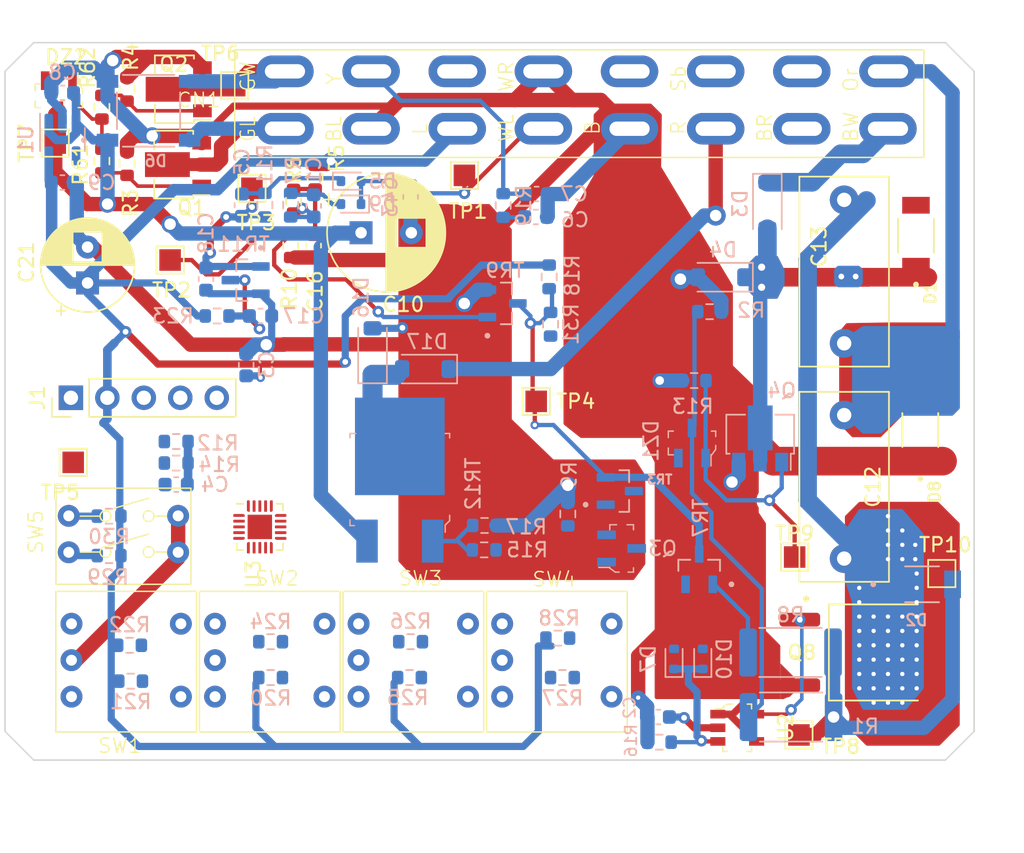
<source format=kicad_pcb>
(kicad_pcb (version 20221018) (generator pcbnew)
  (layers (0 "F.Cu" signal) (31 "B.Cu" signal) (34 "B.Paste" user) (35 "F.Paste" user) (36 "B.SilkS" user "B.Silkscreen") (37 "F.SilkS" user "F.Silkscreen") (38 "B.Mask" user) (39 "F.Mask" user) (44 "Edge.Cuts" user))
  (net 0 "")
  (net 1 "/WL")
  (net 2 "+12V")
  (net 3 "+5V")
  (net 4 "/OR")
  (net 5 "/CAP+")
  (net 6 "/BW")
  (net 7 "/BR")
  (net 8 "/GL")
  (net 9 "/GW")
  (net 10 "/CHG")
  (net 11 "Net-(DZ1-A)")
  (net 16 "Net-(Q8-G)")
  (net 18 "GND")
  (net 19 "/R")
  (net 21 "Net-(DZ1-K)")
  (net 23 "Net-(DZ2-A)")
  (net 24 "Net-(D9-A)")
  (net 25 "Net-(C1-Pad2)")
  (net 26 "Net-(D5-K)")
  (net 27 "Net-(TR11-B)")
  (net 28 "Net-(TR9-B)")
  (net 29 "Net-(D16-K)")
  (net 30 "Net-(Q1-G)")
  (net 31 "Net-(Q2-G)")
  (net 32 "Net-(TR7-B)")
  (net 33 "Net-(TR3-B)")
  (net 34 "Net-(TR3-E)")
  (net 35 "Net-(D10-K)")
  (net 36 "Net-(D7-A)")
  (net 37 "Net-(D10-A)")
  (net 38 "/MCU_IGOUT")
  (net 39 "Net-(C4-Pad1)")
  (net 40 "/VPP")
  (net 41 "/PGC")
  (net 42 "/PGD")
  (net 51 "/MCU_TPSIN")
  (net 52 "/Y")
  (net 53 "Net-(TR12-G)")
  (net 54 "/MCU_SOLOUT")
  (net 55 "Net-(U3-RB7)")
  (net 56 "Net-(U3-RC7)")
  (net 57 "Net-(U3-RB5)")
  (net 58 "Net-(U3-RB6)")
  (net 59 "Net-(U3-RC2)")
  (net 60 "Net-(U3-RB4)")
  (net 61 "Net-(U3-RC0)")
  (net 62 "Net-(U3-RC1)")
  (net 63 "/PWJ_SEL")
  (net 64 "/REV_LIMIT_SEL")
  (net 65 "/MCU_PU1IN")
  (net 66 "/MCU_PU2IN")
  (footprint "mylib_download:DPAK228P990X239-4N" (layer "F.Cu") (at 101.6 92.5 -90)
    (fp_text reference "Q8")
    (fp_text value "RGPR30BM40")
  )
  (footprint "TestPoint:TestPoint_Pad_1.5x1.5mm" (layer "F.Cu") (at 97.1 85.85)
    (fp_text reference "TP9")
    (fp_text value "CHG1 REG GATE")
  )
  (footprint "Package_TO_SOT_SMD:SOT-89-3" (layer "F.Cu") (at 53.85 58.5 180)
    (fp_text reference "Q1")
    (fp_text value "2SK4017")
  )
  (footprint "TestPoint:TestPoint_Pad_1.5x1.5mm" (layer "F.Cu") (at 45.6 57)
    (fp_text reference "TP7")
    (fp_text value "+12V")
  )
  (footprint "TestPoint:TestPoint_Pad_1.5x1.5mm" (layer "F.Cu") (at 58.1 53)
    (fp_text reference "TP6")
    (fp_text value "GW DC")
  )
  (footprint "TestPoint:TestPoint_Pad_1.5x1.5mm" (layer "F.Cu") (at 53.6 65.15)
    (fp_text reference "TP2")
    (fp_text value "PU2 BASE")
  )
  (footprint "Resistor_SMD:R_0603_1608Metric" (layer "F.Cu") (at 48.85 58.25 -90)
    (fp_text reference "R61")
    (fp_text value "TBD")
  )
  (footprint "digikey-footprints:SOT-753" (layer "F.Cu") (at 93.1 97.75 -90)
    (fp_text reference "U2")
    (fp_text value "MCP1402T-E_OT")
  )
  (footprint "Resistor_SMD:R_0603_1608Metric" (layer "F.Cu") (at 48.85 54.5 90)
    (fp_text reference "R62")
    (fp_text value "TBD")
  )
  (footprint "Package_DFN_QFN:VQFN-20-1EP_3x3mm_P0.4mm_EP1.7x1.7mm" (layer "F.Cu") (at 59.85 83.75)
    (fp_text reference "U3")
    (fp_text value "PIC16F15245")
  )
  (footprint "mylib_download:SODFL4725X110N" (layer "F.Cu") (at 105.55 63.4575 90)
    (fp_text reference "D1")
    (fp_text value "TSD3JFSH")
  )
  (footprint "Resistor_SMD:R_0603_1608Metric" (layer "F.Cu") (at 62.2 61.05 90)
    (fp_text reference "R6")
    (fp_text value "1k")
  )
  (footprint "TestPoint:TestPoint_Pad_1.5x1.5mm" (layer "F.Cu") (at 107.35 87)
    (fp_text reference "TP10")
    (fp_text value "CAP CHG")
  )
  (footprint "Resistor_SMD:R_0603_1608Metric" (layer "F.Cu") (at 50.6 58.425 90)
    (fp_text reference "R3")
    (fp_text value "TBD")
  )
  (footprint "Resistor_SMD:R_0603_1608Metric" (layer "F.Cu") (at 63.7 59.375 -90)
    (fp_text reference "R5")
    (fp_text value "15k")
  )
  (footprint "mylib_download:42J04" (layer "F.Cu") (at 60.54 93.04)
    (fp_text reference "SW2")
    (fp_text value "42J04")
  )
  (footprint "Capacitor_THT:C_Rect_L13.0mm_W6.0mm_P10.00mm_FKS3_FKP3_MKS4" (layer "F.Cu") (at 100.55 70.9575 90)
    (fp_text reference "C13")
    (fp_text value "250V 1uF")
  )
  (footprint "TestPoint:TestPoint_Pad_1.5x1.5mm" (layer "F.Cu") (at 79.1 75)
    (fp_text reference "TP4")
    (fp_text value "PU2 INPUT")
  )
  (footprint "Resistor_SMD:R_0603_1608Metric" (layer "F.Cu") (at 62 64.15 -90)
    (fp_text reference "R10")
    (fp_text value "22k")
  )
  (footprint "Connector_PinHeader_2.54mm:PinHeader_1x05_P2.54mm_Vertical" (layer "F.Cu") (at 46.69 74.75 90)
    (fp_text reference "J1")
    (fp_text value "PICKIT")
  )
  (footprint "mylib_download:FP-C-R16M" (layer "F.Cu") (at 82.6 54 180)
    (fp_text reference "CN1")
    (fp_text value "FP-C-R16M")
  )
  (footprint "mylib_download:42J04" (layer "F.Cu") (at 50.54 93.04)
    (fp_text reference "SW1")
    (fp_text value "42J04")
  )
  (footprint "mylib_download:EDS102SZ" (layer "F.Cu") (at 50.35 84.25)
    (fp_text reference "SW5")
    (fp_text value "EDS102SZ")
  )
  (footprint "mylib_download:42J04" (layer "F.Cu") (at 70.54 93.04)
    (fp_text reference "SW3")
    (fp_text value "42J04")
  )
  (footprint "Capacitor_THT:CP_Radial_D8.0mm_P3.50mm" (layer "F.Cu") (at 66.9 63.25)
    (fp_text reference "C10")
    (fp_text value "35V 100uF")
  )
  (footprint "TestPoint:TestPoint_Pad_1.5x1.5mm" (layer "F.Cu") (at 59.3 60.15)
    (fp_text reference "TP3")
    (fp_text value "PU1 BASE")
  )
  (footprint "Capacitor_THT:C_Rect_L13.0mm_W6.0mm_P10.00mm_FKS3_FKP3_MKS4" (layer "F.Cu") (at 100.55 75.9575 -90)
    (fp_text reference "C12")
    (fp_text value "250V 1uF")
  )
  (footprint "Capacitor_THT:CP_Radial_D6.3mm_P2.50mm" (layer "F.Cu") (at 47.85 66.75 90)
    (fp_text reference "C21")
    (fp_text value "16V 100uF")
  )
  (footprint "TestPoint:TestPoint_Pad_1.5x1.5mm" (layer "F.Cu") (at 46.85 79.25)
    (fp_text reference "TP5")
    (fp_text value "PU1 INPUT")
  )
  (footprint "mylib_download:SODFL4725X110N" (layer "F.Cu") (at 105.85 77 90)
    (fp_text reference "D8")
    (fp_text value "TSD3JFSH")
  )
  (footprint "Resistor_SMD:R_0603_1608Metric" (layer "F.Cu") (at 50.6 53.25 90)
    (fp_text reference "R4")
    (fp_text value "TBD")
  )
  (footprint "Package_TO_SOT_SMD:SOT-89-3" (layer "F.Cu") (at 53.9 53.25 180)
    (fp_text reference "Q2")
    (fp_text value "TBD")
  )
  (footprint "mylib_download:42J04" (layer "F.Cu") (at 80.54 93.04)
    (fp_text reference "SW4")
    (fp_text value "42J04")
  )
  (footprint "digikey-footprints:SOT-23-3" (layer "F.Cu") (at 45.85 53.7 -90)
    (fp_text reference "DZ2")
    (fp_text value "BZX84-C9V1,215")
  )
  (footprint "Capacitor_SMD:C_0603_1608Metric" (layer "F.Cu") (at 63.6 64.15 -90)
    (fp_text reference "C16")
    (fp_text value "10nF")
  )
  (footprint "TestPoint:TestPoint_Pad_1.5x1.5mm" (layer "F.Cu") (at 74.1 59.25)
    (fp_text reference "TP1")
    (fp_text value "WL PU")
  )
  (footprint "TestPoint:TestPoint_Pad_1.5x1.5mm" (layer "F.Cu") (at 97.4 98.25)
    (fp_text reference "TP8")
    (fp_text value "CHG1 OUT")
  )
  (footprint "digikey-footprints:TO-252-3" (layer "B.Cu") (at 69.63 84.74 90)
    (fp_text reference "TR12")
    (fp_text value "Q_PMOS_GDS")
  )
  (footprint "Resistor_SMD:R_0603_1608Metric" (layer "B.Cu") (at 87.675 98.75 180)
    (fp_text reference "R16")
    (fp_text value "10k")
  )
  (footprint "Capacitor_SMD:C_0603_1608Metric" (layer "B.Cu") (at 46.1 53.5 180)
    (fp_text reference "C8")
    (fp_text value "0.1u")
  )
  (footprint "Resistor_SMD:R_0603_1608Metric" (layer "B.Cu") (at 80.6 91.5 180)
    (fp_text reference "R28")
    (fp_text value "10k")
  )
  (footprint "Resistor_SMD:R_0603_1608Metric" (layer "B.Cu") (at 62 61.325 -90)
    (fp_text reference "R7")
    (fp_text value "22k")
  )
  (footprint "Capacitor_SMD:C_0603_1608Metric" (layer "B.Cu") (at 79.075 62.15)
    (fp_text reference "C6")
    (fp_text value "0.1uF")
  )
  (footprint "Capacitor_SMD:C_0603_1608Metric" (layer "B.Cu") (at 70.35 60.75 -90)
    (fp_text reference "C43")
    (fp_text value "10nF")
  )
  (footprint "Capacitor_SMD:C_0603_1608Metric" (layer "B.Cu") (at 56.1 66.475 -90)
    (fp_text reference "C18")
    (fp_text value "10nF")
  )
  (footprint "Resistor_SMD:R_0603_1608Metric" (layer "B.Cu") (at 70.35 91.75 180)
    (fp_text reference "R26")
    (fp_text value "10k")
  )
  (footprint "Resistor_SMD:R_0603_1608Metric" (layer "B.Cu") (at 81.3 82.85 90)
    (fp_text reference "R9")
    (fp_text value "100K")
  )
  (footprint "Resistor_SMD:R_0603_1608Metric" (layer "B.Cu") (at 80.925 94.25)
    (fp_text reference "R27")
    (fp_text value "10k")
  )
  (footprint "Resistor_SMD:R_0603_1608Metric" (layer "B.Cu") (at 49.35 85.75 180)
    (fp_text reference "R29")
    (fp_text value "10k")
  )
  (footprint "Resistor_SMD:R_2512_6332Metric" (layer "B.Cu") (at 96.85 97 180)
    (fp_text reference "R1")
    (fp_text value "180k 1/2W")
  )
  (footprint "Capacitor_SMD:C_0603_1608Metric" (layer "B.Cu") (at 58.6 61.325 -90)
    (fp_text reference "C5")
    (fp_text value "0.47u")
  )
  (footprint "Resistor_SMD:R_2512_6332Metric" (layer "B.Cu") (at 96.8125 92.5 180)
    (fp_text reference "R8")
    (fp_text value "150k 1W")
  )
  (footprint "Resistor_SMD:R_0603_1608Metric" (layer "B.Cu") (at 80.1 69.625 90)
    (fp_text reference "R31")
    (fp_text value "1k")
  )
  (footprint "Resistor_SMD:R_0603_1608Metric" (layer "B.Cu") (at 80 66.325 -90)
    (fp_text reference "R18")
    (fp_text value "2.2k")
  )
  (footprint "Resistor_SMD:R_0603_1608Metric" (layer "B.Cu") (at 56.875 69.05)
    (fp_text reference "R23")
    (fp_text value "2.2k")
  )
  (footprint "Resistor_SMD:R_0603_1608Metric" (layer "B.Cu") (at 54.025 77.8)
    (fp_text reference "R12")
    (fp_text value "10k")
  )
  (footprint "Capacitor_SMD:C_0603_1608Metric" (layer "B.Cu") (at 58.9 72.45 90)
    (fp_text reference "C3")
    (fp_text value "0.1uF")
  )
  (footprint "mylib_download:D_SOD-123FL" (layer "B.Cu") (at 71.38 72.75 180)
    (fp_text reference "D17")
    (fp_text value "F7A")
  )
  (footprint "Resistor_SMD:R_0603_1608Metric" (layer "B.Cu") (at 90.1 73.55 180)
    (fp_text reference "R13")
    (fp_text value "TBD")
  )
  (footprint "mylib_download:SOT95P237X111-3N" (layer "B.Cu") (at 90.45 86.69 90)
    (fp_text reference "TR7")
    (fp_text value "MMUN2232LT1G")
  )
  (footprint "digikey-footprints:SOT-23-3" (layer "B.Cu") (at 85.05 85.25)
    (fp_text reference "Q3")
    (fp_text value "MMUN2132LT1G")
  )
  (footprint "Resistor_SMD:R_0603_1608Metric" (layer "B.Cu") (at 75.475 85.35)
    (fp_text reference "R15")
    (fp_text value "120")
  )
  (footprint "mylib_download:SOT95P230X110-3N" (layer "B.Cu") (at 84.92 81.25)
    (fp_text reference "TR3")
    (fp_text value "PMBS3906,215")
  )
  (footprint "Diode_SMD:D_SOD-523" (layer "B.Cu") (at 66.2 59.65)
    (fp_text reference "D5")
    (fp_text value "RB501SM-30FH")
  )
  (footprint "mylib_download:SOT95P237X111-3N" (layer "B.Cu") (at 76.76 68.175)
    (fp_text reference "TR9")
    (fp_text value "PMBS3904,215")
  )
  (footprint "Resistor_SMD:R_0603_1608Metric" (layer "B.Cu") (at 49.35 83)
    (fp_text reference "R30")
    (fp_text value "10k")
  )
  (footprint "mylib_download:DIOB_SBS25" (layer "B.Cu") (at 52.1 54.75)
    (fp_text reference "D6")
    (fp_text value "SBS25")
  )
  (footprint "Resistor_SMD:R_0603_1608Metric" (layer "B.Cu") (at 70.275 94.25)
    (fp_text reference "R25")
    (fp_text value "10k")
  )
  (footprint "Resistor_SMD:R_0603_1608Metric" (layer "B.Cu") (at 50.85 94.5)
    (fp_text reference "R21")
    (fp_text value "10k")
  )
  (footprint "Capacitor_SMD:C_0603_1608Metric" (layer "B.Cu") (at 46.1 59.75)
    (fp_text reference "C9")
    (fp_text value "0.1u")
  )
  (footprint "digikey-footprints:SOT-23-3" (layer "B.Cu") (at 89.95 77.9 90)
    (fp_text reference "DZ1")
    (fp_text value "SZMMBZ5270BLT1G")
  )
  (footprint "Diode_SMD:D_SOD-523" (layer "B.Cu") (at 90.7 92.95 90)
    (fp_text reference "D10")
    (fp_text value "RB501SM-30FH")
  )
  (footprint "Capacitor_SMD:C_0603_1608Metric" (layer "B.Cu") (at 54.025 80.8 180)
    (fp_text reference "C4")
    (fp_text value "10nF")
  )
  (footprint "mylib_download:SODFL4725X110N" (layer "B.Cu") (at 105.975 87.75)
    (fp_text reference "D2")
    (fp_text value "TSD3JFSH")
  )
  (footprint "Resistor_SMD:R_0603_1608Metric" (layer "B.Cu") (at 54.025 79.3 180)
    (fp_text reference "R14")
    (fp_text value "120")
  )
  (footprint "Resistor_SMD:R_0603_1608Metric" (layer "B.Cu") (at 91.175 68.75)
    (fp_text reference "R2")
    (fp_text value "180K")
  )
  (footprint "Capacitor_SMD:C_0603_1608Metric" (layer "B.Cu") (at 87.6 97 180)
    (fp_text reference "C2")
    (fp_text value "0.1u")
  )
  (footprint "mylib_download:D_SOD-123FL" (layer "B.Cu") (at 67.7 71.53 90)
    (fp_text reference "D16")
    (fp_text value "F7A")
  )
  (footprint "Diode_SMD:D_SOD-523" (layer "B.Cu") (at 66.2 61.25 180)
    (fp_text reference "D9")
    (fp_text value "RB501SM-30FH")
  )
  (footprint "Resistor_SMD:R_0603_1608Metric" (layer "B.Cu") (at 76.8 61.35 90)
    (fp_text reference "R19")
    (fp_text value "1k")
  )
  (footprint "Diode_SMD:D_SOD-523" (layer "B.Cu") (at 88.7 92.95 90)
    (fp_text reference "D7")
    (fp_text value "RB501SM-30FH")
  )
  (footprint "Package_TO_SOT_SMD:SOT-23-5" (layer "B.Cu") (at 46.1 56.75 -90)
    (fp_text reference "U1")
    (fp_text value "TPS78450QDBVRQ1")
  )
  (footprint "mylib_download:D_SOD-123FL" (layer "B.Cu") (at 95.2 61.35 -90)
    (fp_text reference "D3")
    (fp_text value "F7A")
  )
  (footprint "Capacitor_SMD:C_0603_1608Metric" (layer "B.Cu") (at 59.9 69.05)
    (fp_text reference "C17")
    (fp_text value "0.1u")
  )
  (footprint "Resistor_SMD:R_0603_1608Metric" (layer "B.Cu") (at 50.775 92 180)
    (fp_text reference "R22")
    (fp_text value "10k")
  )
  (footprint "mylib_download:SOT95P237X111-3N" (layer "B.Cu") (at 58.86 66.55 180)
    (fp_text reference "TR11")
    (fp_text value "MMUN2232LT1G")
  )
  (footprint "Package_TO_SOT_SMD:SOT-89-3" (layer "B.Cu") (at 94.7 77.2875 90)
    (fp_text reference "Q4")
    (fp_text value "TBD")
  )
  (footprint "Resistor_SMD:R_0603_1608Metric" (layer "B.Cu") (at 60.6 91.75 180)
    (fp_text reference "R24")
    (fp_text value "10k")
  )
  (footprint "Resistor_SMD:R_0603_1608Metric" (layer "B.Cu") (at 75.5 83.65)
    (fp_text reference "R17")
    (fp_text value "10k")
  )
  (footprint "Resistor_SMD:R_0603_1608Metric" (layer "B.Cu") (at 60.6 94.25)
    (fp_text reference "R20")
    (fp_text value "10k")
  )
  (footprint "Capacitor_SMD:C_0603_1608Metric" (layer "B.Cu") (at 63.6 61.375 -90)
    (fp_text reference "C1")
    (fp_text value "1u")
  )
  (footprint "Resistor_SMD:R_0603_1608Metric" (layer "B.Cu") (at 60.2 61.325 -90)
    (fp_text reference "R11")
    (fp_text value "180k")
  )
  (footprint "mylib_download:D_SOD-123FL" (layer "B.Cu") (at 91.98 66.35 180)
    (fp_text reference "D4")
    (fp_text value "F7A")
  )
  (footprint "Capacitor_SMD:C_0603_1608Metric" (layer "B.Cu") (at 79.125 60.55)
    (fp_text reference "C7")
    (fp_text value "0.1uF")
  )
  (gr_line (start 107.6 50) (end 44.1 50) (stroke (width 0.1)) (layer "Edge.Cuts"))
  (gr_line (start 44.1 100) (end 42.1 98) (stroke (width 0.1)) (layer "Edge.Cuts"))
  (gr_line (start 42.1 52) (end 42.1 98) (stroke (width 0.1)) (layer "Edge.Cuts"))
  (gr_line (start 44.1 50) (end 42.1 52) (stroke (width 0.1)) (layer "Edge.Cuts"))
  (gr_line (start 109.6 98) (end 109.6 52) (stroke (width 0.1)) (layer "Edge.Cuts"))
  (gr_line (start 107.6 100) (end 109.6 98) (stroke (width 0.1)) (layer "Edge.Cuts"))
  (gr_line (start 109.6 52) (end 107.6 50) (stroke (width 0.1)) (layer "Edge.Cuts"))
  (gr_line (start 44.1 100) (end 107.6 100) (stroke (width 0.1)) (layer "Edge.Cuts"))
  (segment (start 74.1 60.5) (end 78.6 56) (width 0.3) (layer "F.Cu") (net 1))
  (segment (start 74.1 59.25) (end 74.1 60.5) (width 0.3) (layer "F.Cu") (net 1))
  (segment (start 78.6 56) (end 79.6 56) (width 0.3) (layer "F.Cu") (net 1))
  (via (at 74.1 60.5) (size 0.8) (drill 0.4) (layers "F.Cu" "B.Cu") (net 1))
  (segment (start 70.35 59.975) (end 70.025 59.65) (width 0.3) (layer "B.Cu") (net 1))
  (segment (start 66.9 59.65) (end 66.9 61.25) (width 0.3) (layer "B.Cu") (net 1))
  (segment (start 74.1 60.5) (end 70.875 60.5) (width 0.3) (layer "B.Cu") (net 1))
  (segment (start 70.35 59.975) (end 70.875 60.5) (width 0.3) (layer "B.Cu") (net 1))
  (segment (start 70.025 59.65) (end 66.9 59.65) (width 0.3) (layer "B.Cu") (net 1))
  (segment (start 52.2 61.25) (end 53.6 62.65) (width 1) (layer "F.Cu") (net 2))
  (segment (start 49.24 61.25) (end 47.85 61.25) (width 1) (layer "F.Cu") (net 2))
  (segment (start 45.6 59) (end 45.6 57) (width 1) (layer "F.Cu") (net 2))
  (segment (start 49.24 61.25) (end 52.2 61.25) (width 1) (layer "F.Cu") (net 2))
  (segment (start 47.85 61.25) (end 45.6 59) (width 1) (layer "F.Cu") (net 2))
  (segment (start 45.6 55) (end 45.6 57) (width 1) (layer "F.Cu") (net 2))
  (segment (start 45.85 54.75) (end 45.6 55) (width 1) (layer "F.Cu") (net 2))
  (via (at 49.24 61.25) (size 1.2) (drill 0.8) (layers "F.Cu" "B.Cu") (net 2))
  (via (at 53.6 62.65) (size 1.2) (drill 0.8) (layers "F.Cu" "B.Cu") (net 2))
  (segment (start 45.680761 56.775) (end 46.575 56.775) (width 0.6) (layer "B.Cu") (net 2))
  (segment (start 47.05 56.3) (end 47.05 55.6125) (width 0.6) (layer "B.Cu") (net 2))
  (segment (start 66.85 63.3) (end 66.9 63.25) (width 1) (layer "B.Cu") (net 2))
  (segment (start 66.9 63.25) (end 65.1 63.25) (width 1) (layer "B.Cu") (net 2))
  (segment (start 45.15 55.6125) (end 45.15 56.244239) (width 0.6) (layer "B.Cu") (net 2))
  (segment (start 48.2375 56.8) (end 47.05 55.6125) (width 0.6) (layer "B.Cu") (net 2))
  (segment (start 46.575 56.775) (end 47.05 56.3) (width 0.6) (layer "B.Cu") (net 2))
  (segment (start 64.1 64.25) (end 64.1 81.525) (width 1) (layer "B.Cu") (net 2))
  (segment (start 47.05 55.6125) (end 47.05 53.675) (width 0.6) (layer "B.Cu") (net 2))
  (segment (start 49.24 61.25) (end 49.24 56.8) (width 1) (layer "B.Cu") (net 2))
  (segment (start 49.24 56.8) (end 48.2375 56.8) (width 0.6) (layer "B.Cu") (net 2))
  (segment (start 54.25 63.3) (end 66.85 63.3) (width 1) (layer "B.Cu") (net 2))
  (segment (start 65.1 63.25) (end 64.1 64.25) (width 1) (layer "B.Cu") (net 2))
  (segment (start 64.1 81.525) (end 67.315 84.74) (width 1) (layer "B.Cu") (net 2))
  (segment (start 45.15 56.244239) (end 45.680761 56.775) (width 0.6) (layer "B.Cu") (net 2))
  (segment (start 47.05 53.675) (end 46.875 53.5) (width 0.6) (layer "B.Cu") (net 2))
  (segment (start 53.6 62.65) (end 54.25 63.3) (width 1) (layer "B.Cu") (net 2))
  (segment (start 63.7 58.55) (end 64.5 58.55) (width 0.8) (layer "F.Cu") (net 3))
  (segment (start 52.75 72.4) (end 59.9 72.4) (width 0.5) (layer "F.Cu") (net 3))
  (segment (start 89.4 97.05) (end 90.1 97.75) (width 0.5) (layer "F.Cu") (net 3))
  (segment (start 65.65 72.4) (end 65.8 72.25) (width 0.5) (layer "F.Cu") (net 3))
  (segment (start 50.5 70.15) (end 52.75 72.4) (width 0.5) (layer "F.Cu") (net 3))
  (segment (start 59.9 72.4) (end 59.9 73.35) (width 0.2) (layer "F.Cu") (net 3))
  (segment (start 64.5 58.55) (end 64.8 58.25) (width 0.8) (layer "F.Cu") (net 3))
  (segment (start 90.1 97.75) (end 91.75 97.75) (width 0.5) (layer "F.Cu") (net 3))
  (segment (start 59.9 72.4) (end 65.65 72.4) (width 0.5) (layer "F.Cu") (net 3))
  (via (at 50.5 70.15) (size 0.8) (drill 0.4) (layers "F.Cu" "B.Cu") (net 3))
  (via (at 59.9 73.35) (size 0.6) (drill 0.3) (layers "F.Cu" "B.Cu") (net 3))
  (via (at 64.8 58.25) (size 1.2) (drill 0.6) (layers "F.Cu" "B.Cu") (net 3))
  (via (at 65.8 72.25) (size 0.8) (drill 0.4) (layers "F.Cu" "B.Cu") (net 3))
  (via (at 89.4 97.05) (size 0.8) (drill 0.4) (layers "F.Cu" "B.Cu") (net 3))
  (segment (start 50.175 83) (end 50.1 82.925) (width 0.5) (layer "B.Cu") (net 3))
  (segment (start 78.2 99.05) (end 71 99.05) (width 0.5) (layer "B.Cu") (net 3))
  (segment (start 50.1 82.925) (end 50.1 77.649501) (width 0.5) (layer "B.Cu") (net 3))
  (segment (start 45.15 59.575) (end 45.325 59.75) (width 0.6) (layer "B.Cu") (net 3))
  (segment (start 79.25 98) (end 78.2 99.05) (width 0.5) (layer "B.Cu") (net 3))
  (segment (start 73 67.85) (end 67 67.85) (width 0.5) (layer "B.Cu") (net 3))
  (segment (start 49.5 87.35) (end 50.1 86.75) (width 0.5) (layer "B.Cu") (net 3))
  (segment (start 47.85 67.5) (end 50.5 70.15) (width 0.5) (layer "B.Cu") (net 3))
  (segment (start 56.05 69.05) (end 55.5 69.05) (width 0.5) (layer "B.Cu") (net 3))
  (segment (start 45.15 57.8875) (end 45.15 59.575) (width 0.6) (layer "B.Cu") (net 3))
  (segment (start 69.2 94.625) (end 69.275 94.55) (width 0.5) (layer "B.Cu") (net 3))
  (segment (start 56.9 60.25) (end 58.9 58.25) (width 0.8) (layer "B.Cu") (net 3))
  (segment (start 73.04122 67.80878) (end 73 67.85) (width 0.5) (layer "B.Cu") (net 3))
  (segment (start 59.575 97.725) (end 60.9 99.05) (width 0.5) (layer "B.Cu") (net 3))
  (segment (start 69.2 97.25) (end 69.2 94.625) (width 0.5) (layer "B.Cu") (net 3))
  (segment (start 55.5 69.05) (end 53.2 66.75) (width 0.5) (layer "B.Cu") (net 3))
  (segment (start 71 99.05) (end 69.2 97.25) (width 0.5) (layer "B.Cu") (net 3))
  (segment (start 73.04122 67.740782) (end 73.04122 67.80878) (width 0.5) (layer "B.Cu") (net 3))
  (segment (start 59.575 94.65) (end 59.575 97.725) (width 0.5) (layer "B.Cu") (net 3))
  (segment (start 80.15 92.05) (end 79.25 92.05) (width 0.5) (layer "B.Cu") (net 3))
  (segment (start 60.9 99.05) (end 71 99.05) (width 0.5) (layer "B.Cu") (net 3))
  (segment (start 71.35 58.25) (end 73.6 56) (width 0.8) (layer "B.Cu") (net 3))
  (segment (start 49.5 87.35) (end 49.5 97.15) (width 0.5) (layer "B.Cu") (net 3))
  (segment (start 58.9 58.25) (end 64.8 58.25) (width 0.8) (layer "B.Cu") (net 3))
  (segment (start 50.5 70.15) (end 49.726839 70.923161) (width 0.5) (layer "B.Cu") (net 3))
  (segment (start 45.35 65.43238) (end 46.66762 66.75) (width 0.8) (layer "B.Cu") (net 3))
  (segment (start 65.8 69.05) (end 65.8 72.25) (width 0.5) (layer "B.Cu") (net 3))
  (segment (start 58.9 73.225) (end 59.775 73.225) (width 0.5) (layer "B.Cu") (net 3))
  (segment (start 49.726839 70.923161) (end 49.23 71.42) (width 0.6) (layer "B.Cu") (net 3))
  (segment (start 47.85 66.25) (end 53.85 60.25) (width 0.8) (layer "B.Cu") (net 3))
  (segment (start 46.66762 66.75) (end 47.85 66.75) (width 0.8) (layer "B.Cu") (net 3))
  (segment (start 51.4 99.05) (end 60.9 99.05) (width 0.5) (layer "B.Cu") (net 3))
  (segment (start 49.23 71.42) (end 49.23 74.75) (width 0.6) (layer "B.Cu") (net 3))
  (segment (start 64.8 58.25) (end 71.35 58.25) (width 0.8) (layer "B.Cu") (net 3))
  (segment (start 50.1 77.649501) (end 48.950499 76.5) (width 0.5) (layer "B.Cu") (net 3))
  (segment (start 49.23 76.220499) (end 49.23 74.75) (width 0.6) (layer "B.Cu") (net 3))
  (segment (start 59.775 73.225) (end 59.9 73.35) (width 0.5) (layer "B.Cu") (net 3))
  (segment (start 50.1 83.075) (end 50.175 83) (width 0.5) (layer "B.Cu") (net 3))
  (segment (start 89.35 97) (end 89.4 97.05) (width 0.5) (layer "B.Cu") (net 3))
  (segment (start 45.325 59.75) (end 45.35 59.775) (width 0.8) (layer "B.Cu") (net 3))
  (segment (start 47.85 66.75) (end 47.85 67.5) (width 0.5) (layer "B.Cu") (net 3))
  (segment (start 67 67.85) (end 65.8 69.05) (width 0.5) (layer "B.Cu") (net 3))
  (segment (start 53.85 60.25) (end 56.9 60.25) (width 0.8) (layer "B.Cu") (net 3))
  (segment (start 88.375 97) (end 89.35 97) (width 0.5) (layer "B.Cu") (net 3))
  (segment (start 45.35 59.775) (end 45.35 65.43238) (width 0.8) (layer "B.Cu") (net 3))
  (segment (start 48.950499 76.5) (end 49.23 76.220499) (width 0.6) (layer "B.Cu") (net 3))
  (segment (start 75.282002 65.5) (end 73.04122 67.740782) (width 0.5) (layer "B.Cu") (net 3))
  (segment (start 79.25 92.05) (end 79.25 98) (width 0.5) (layer "B.Cu") (net 3))
  (segment (start 53.2 66.75) (end 47.85 66.75) (width 0.5) (layer "B.Cu") (net 3))
  (segment (start 80 65.5) (end 75.282002 65.5) (width 0.5) (layer "B.Cu") (net 3))
  (segment (start 50.1 86.75) (end 50.1 83.075) (width 0.5) (layer "B.Cu") (net 3))
  (segment (start 49.5 97.15) (end 51.4 99.05) (width 0.5) (layer "B.Cu") (net 3))
  (segment (start 47.85 66.75) (end 47.85 66.25) (width 0.8) (layer "B.Cu") (net 3))
  (segment (start 106.6 52) (end 108.1 53.5) (width 1) (layer "B.Cu") (net 4))
  (segment (start 107.6 71) (end 102.1 71) (width 1) (layer "B.Cu") (net 4))
  (segment (start 108.1 70.5) (end 107.6 71) (width 1) (layer "B.Cu") (net 4))
  (segment (start 103.6 52) (end 106.6 52) (width 1) (layer "B.Cu") (net 4))
  (segment (start 108.1 53.5) (end 108.1 70.5) (width 1) (layer "B.Cu") (net 4))
  (via (at 104.6 86) (size 0.5) (drill 0.3) (layers "F.Cu" "B.Cu") (net 5))
  (via (at 102.6 94) (size 0.5) (drill 0.3) (layers "F.Cu" "B.Cu") (net 5))
  (via (at 101.6 89) (size 0.5) (drill 0.3) (layers "F.Cu" "B.Cu") (net 5))
  (via (at 104.6 90) (size 0.5) (drill 0.3) (layers "F.Cu" "B.Cu") (net 5))
  (via (at 105.6 91) (size 0.5) (drill 0.3) (layers "F.Cu" "B.Cu") (net 5))
  (via (at 105.5005 86) (size 0.5) (drill 0.3) (layers "F.Cu" "B.Cu") (net 5))
  (via (at 104.6 95) (size 0.5) (drill 0.3) (layers "F.Cu" "B.Cu") (net 5))
  (via (at 103.6 95) (size 0.5) (drill 0.3) (layers "F.Cu" "B.Cu") (net 5))
  (via (at 101.6 92) (size 0.5) (drill 0.3) (layers "F.Cu" "B.Cu") (net 5))
  (via (at 105.6 93) (size 0.5) (drill 0.3) (layers "F.Cu" "B.Cu") (net 5))
  (via (at 104.6 96) (size 0.5) (drill 0.3) (layers "F.Cu" "B.Cu") (net 5))
  (via (at 102.6 96) (size 0.5) (drill 0.3) (layers "F.Cu" "B.Cu") (net 5))
  (via (at 103.6 94) (size 0.5) (drill 0.3) (layers "F.Cu" "B.Cu") (net 5))
  (via (at 101.6 91) (size 0.5) (drill 0.3) (layers "F.Cu" "B.Cu") (net 5))
  (via (at 104.6 92) (size 0.5) (drill 0.3) (layers "F.Cu" "B.Cu") (net 5))
  (via (at 104.6 85) (size 0.5) (drill 0.3) (layers "F.Cu" "B.Cu") (net 5))
  (via (at 103.6 93) (size 0.5) (drill 0.3) (layers "F.Cu" "B.Cu") (net 5))
  (via (at 103.6 85) (size 0.5) (drill 0.3) (layers "F.Cu" "B.Cu") (net 5))
  (via (at 105.6 92) (size 0.5) (drill 0.3) (layers "F.Cu" "B.Cu") (net 5))
  (via (at 105.6 88) (size 0.5) (drill 0.3) (layers "F.Cu" "B.Cu") (net 5))
  (via (at 104.6 93) (size 0.5) (drill 0.3) (layers "F.Cu" "B.Cu") (net 5))
  (via (at 105.6 87) (size 0.5) (drill 0.3) (layers "F.Cu" "B.Cu") (net 5))
  (via (at 101.6 90) (size 0.5) (drill 0.3) (layers "F.Cu" "B.Cu") (net 5))
  (via (at 102.6 90) (size 0.5) (drill 0.3) (layers "F.Cu" "B.Cu") (net 5))
  (via (at 104.6 84) (size 0.5) (drill 0.3) (layers "F.Cu" "B.Cu") (net 5))
  (via (at 103.6 92) (size 0.5) (drill 0.3) (layers "F.Cu" "B.Cu") (net 5))
  (via (at 101.6 93) (size 0.5) (drill 0.3) (layers "F.Cu" "B.Cu") (net 5))
  (via (at 102.6 93) (size 0.5) (drill 0.3) (layers "F.Cu" "B.Cu") (net 5))
  (via (at 101.6 88) (size 0.5) (drill 0.3) (layers "F.Cu" "B.Cu") (net 5))
  (via (at 105.6 94) (size 0.5) (drill 0.3) (layers "F.Cu" "B.Cu") (net 5))
  (via (at 105.5005 85) (size 0.5) (drill 0.3) (layers "F.Cu" "B.Cu") (net 5))
  (via (at 105.6 95) (size 0.5) (drill 0.3) (layers "F.Cu" "B.Cu") (net 5))
  (via (at 104.6 91) (size 0.5) (drill 0.3) (layers "F.Cu" "B.Cu") (net 5))
  (via (at 102.6 92) (size 0.5) (drill 0.3) (layers "F.Cu" "B.Cu") (net 5))
  (via (at 102.6 95) (size 0.5) (drill 0.3) (layers "F.Cu" "B.Cu") (net 5))
  (via (at 103.6 96) (size 0.5) (drill 0.3) (layers "F.Cu" "B.Cu") (net 5))
  (via (at 101.6 95) (size 0.5) (drill 0.3) (layers "F.Cu" "B.Cu") (net 5))
  (via (at 103.6 90) (size 0.5) (drill 0.3) (layers "F.Cu" "B.Cu") (net 5))
  (via (at 104.6 94) (size 0.5) (drill 0.3) (layers "F.Cu" "B.Cu") (net 5))
  (via (at 103.6 83) (size 0.5) (drill 0.3) (layers "F.Cu" "B.Cu") (net 5))
  (via (at 105.6 90) (size 0.5) (drill 0.3) (layers "F.Cu" "B.Cu") (net 5))
  (via (at 103.6 86) (size 0.5) (drill 0.3) (layers "F.Cu" "B.Cu") (net 5))
  (via (at 105.6 89) (size 0.5) (drill 0.3) (layers "F.Cu" "B.Cu") (net 5))
  (via (at 103.6 91) (size 0.5) (drill 0.3) (layers "F.Cu" "B.Cu") (net 5))
  (via (at 101.6 94) (size 0.5) (drill 0.3) (layers "F.Cu" "B.Cu") (net 5))
  (via (at 102.6 91) (size 0.5) (drill 0.3) (layers "F.Cu" "B.Cu") (net 5))
  (via (at 103.6 84) (size 0.5) (drill 0.3) (layers "F.Cu" "B.Cu") (net 5))
  (segment (start 98 65.1) (end 98 81.9) (width 1.3) (layer "B.Cu") (net 5))
  (segment (start 102.1 61) (end 98 65.1) (width 1.3) (layer "B.Cu") (net 5))
  (segment (start 98 81.9) (end 102.1 86) (width 1.3) (layer "B.Cu") (net 5))
  (segment (start 101.85 57.75) (end 103.6 56) (width 1.3) (layer "B.Cu") (net 6))
  (segment (start 95.2 59.73) (end 98.32 59.73) (width 1.3) (layer "B.Cu") (net 6))
  (segment (start 98.32 59.73) (end 100.3 57.75) (width 1.3) (layer "B.Cu") (net 6))
  (segment (start 100.3 57.75) (end 101.85 57.75) (width 1.3) (layer "B.Cu") (net 6))
  (segment (start 56.8 58.5) (end 55.7125 58.5) (width 1) (layer "F.Cu") (net 8))
  (segment (start 57.15 57.2) (end 58.35 56) (width 1) (layer "F.Cu") (net 8))
  (segment (start 57.15 58.15) (end 56.8 58.5) (width 1) (layer "F.Cu") (net 8))
  (segment (start 57.15 57.2) (end 57.15 58.15) (width 1) (layer "F.Cu") (net 8))
  (segment (start 58.35 56) (end 61.6 56) (width 1) (layer "F.Cu") (net 8))
  (segment (start 54.96 56.8) (end 55.76 56) (width 1) (layer "B.Cu") (net 8))
  (segment (start 55.76 56) (end 61.6 56) (width 1) (layer "B.Cu") (net 8))
  (segment (start 57.85 53.25) (end 55.7625 53.25) (width 1) (layer "F.Cu") (net 9))
  (segment (start 58.1 53) (end 57.85 53.25) (width 1) (layer "F.Cu") (net 9))
  (segment (start 59.1 52) (end 58.1 53) (width 1) (layer "F.Cu") (net 9))
  (segment (start 61.6 52) (end 59.1 52) (width 1) (layer "F.Cu") (net 9))
  (segment (start 60.9 52.7) (end 61.6 52) (width 1) (layer "B.Cu") (net 9))
  (segment (start 54.96 52.7) (end 60.9 52.7) (width 1) (layer "B.Cu") (net 9))
  (segment (start 98.5625 98.25) (end 99.8125 97) (width 1) (layer "F.Cu") (net 10))
  (segment (start 95.5 66.35) (end 94.8 67.05) (width 1.3) (layer "F.Cu") (net 10))
  (segment (start 101.4 66.35) (end 101.35 66.3) (width 1.3) (layer "F.Cu") (net 10))
  (segment (start 102.2 66.35) (end 101.4 66.35) (width 1.3) (layer "F.Cu") (net 10))
  (segment (start 97.4 98.25) (end 98.5625 98.25) (width 1) (layer "F.Cu") (net 10))
  (segment (start 102.2 66.35) (end 95.5 66.35) (width 1.3) (layer "F.Cu") (net 10))
  (segment (start 106.375 66.35) (end 102.2 66.35) (width 1.3) (layer "F.Cu") (net 10))
  (via (at 94.8 65.65) (size 1) (drill 0.5) (layers "F.Cu" "B.Cu") (net 10))
  (via (at 100.35 66.3) (size 0.8) (drill 0.4) (layers "F.Cu" "B.Cu") (net 10))
  (via (at 99.8125 97) (size 1.2) (drill 0.8) (layers "F.Cu" "B.Cu") (net 10))
  (via (at 101.35 66.3) (size 0.8) (drill 0.4) (layers "F.Cu" "B.Cu") (net 10))
  (via (at 94.8 67.05) (size 1) (drill 0.5) (layers "F.Cu" "B.Cu") (net 10))
  (segment (start 108.1 87.75) (end 108.1 95.75) (width 1) (layer "B.Cu") (net 10))
  (segment (start 100.5625 97.75) (end 99.8125 97) (width 1) (layer "B.Cu") (net 10))
  (segment (start 95.2 65.25) (end 94.8 65.65) (width 1.3) (layer "B.Cu") (net 10))
  (segment (start 99.775 96.9625) (end 99.8125 97) (width 1) (layer "B.Cu") (net 10))
  (segment (start 108.1 95.75) (end 106.1 97.75) (width 1) (layer "B.Cu") (net 10))
  (segment (start 94.7 67.15) (end 94.8 67.05) (width 1) (layer "B.Cu") (net 10))
  (segment (start 94.7 79.15) (end 94.7 67.15) (width 1) (layer "B.Cu") (net 10))
  (segment (start 99.775 92.5) (end 99.775 96.9625) (width 1) (layer "B.Cu") (net 10))
  (segment (start 106.1 97.75) (end 100.5625 97.75) (width 1) (layer "B.Cu") (net 10))
  (segment (start 95.2 62.97) (end 95.2 65.25) (width 1.3) (layer "B.Cu") (net 10))
  (segment (start 95.34375 81.89375) (end 97.1 83.65) (width 0.3) (layer "F.Cu") (net 11))
  (segment (start 97.1 83.65) (end 97.1 85.85) (width 0.3) (layer "F.Cu") (net 11))
  (via (at 95.34375 81.89375) (size 0.8) (drill 0.4) (layers "F.Cu" "B.Cu") (net 11))
  (segment (start 96.2 79.2375) (end 96.2 81.0375) (width 0.3) (layer "B.Cu") (net 11))
  (segment (start 90.9 73.575) (end 90.9 78.95) (width 0.3) (layer "B.Cu") (net 11))
  (segment (start 92.350152 81.89375) (end 95.34375 81.89375) (width 0.3) (layer "B.Cu") (net 11))
  (segment (start 96.2 81.0375) (end 95.34375 81.89375) (width 0.3) (layer "B.Cu") (net 11))
  (segment (start 90.9 80.443598) (end 92.350152 81.89375) (width 0.3) (layer "B.Cu") (net 11))
  (segment (start 90.9 78.95) (end 90.9 80.443598) (width 0.3) (layer "B.Cu") (net 11))
  (segment (start 90.925 73.55) (end 90.9 73.575) (width 0.3) (layer "B.Cu") (net 11))
  (segment (start 94.45 96.8) (end 96.55 96.8) (width 0.25) (layer "F.Cu") (net 16))
  (segment (start 96.55 96.8) (end 96.85 96.5) (width 0.25) (layer "F.Cu") (net 16))
  (via (at 96.85 96.5) (size 0.8) (drill 0.4) (layers "F.Cu" "B.Cu") (net 16))
  (via (at 97.46 90.214) (size 0.8) (drill 0.4) (layers "F.Cu" "B.Cu") (net 16))
  (segment (start 97.6 95.75) (end 97.6 90.354) (width 0.25) (layer "B.Cu") (net 16))
  (segment (start 96.85 96.5) (end 97.6 95.75) (width 0.25) (layer "B.Cu") (net 16))
  (segment (start 97.6 90.354) (end 97.46 90.214) (width 0.25) (layer "B.Cu") (net 16))
  (segment (start 55.03137 71.05) (end 60.299943 71.05) (width 1) (layer "F.Cu") (net 18))
  (segment (start 86.2 92.75) (end 88 90.95) (width 1) (layer "F.Cu") (net 18))
  (segment (start 77.6 54) (end 79.6 52) (width 1) (layer "F.Cu") (net 18))
  (segment (start 52.025 51) (end 55.1 51) (width 1) (layer "F.Cu") (net 18))
  (segment (start 55.1 51) (end 55.85 51.75) (width 1) (layer "F.Cu") (net 18))
  (segment (start 48.23137 64.25) (end 55.03137 71.05) (width 1) (layer "F.Cu") (net 18))
  (segment (start 77.6 54) (end 83.6 54) (width 1) (layer "F.Cu") (net 18))
  (segment (start 67.6 56) (end 69.6 54) (width 1) (layer "F.Cu") (net 18))
  (segment (start 95.6175 79.1675) (end 93.4 76.95) (width 2) (layer "F.Cu") (net 18))
  (segment (start 52.35 56.5) (end 55.3 56.5) (width 1) (layer "F.Cu") (net 18))
  (segment (start 92.8 96.8) (end 94.814 94.786) (width 0.5) (layer "F.Cu") (net 18))
  (segment (start 70.4 63.25) (end 76.1 63.25) (width 1) (layer "F.Cu") (net 18))
  (segment (start 50.6 57.6) (end 50.6 57) (width 1) (layer "F.Cu") (net 18))
  (segment (start 69.6 54) (end 77.6 54) (width 1) (layer "F.Cu") (net 18))
  (segment (start 61.524651 71.025349) (end 61.499909 71.050091) (width 1) (layer "F.Cu") (net 18))
  (segment (start 63.75 64.975) (end 63.8 64.925) (width 1) (layer "F.Cu") (net 18))
  (segment (start 91.75 96.8) (end 92.8 96.8) (width 0.5) (layer "F.Cu") (net 18))
  (segment (start 58.025 54.425) (end 69.175 54.425) (width 0.5) (layer "F.Cu") (net 18))
  (segment (start 55.8 57) (end 55.8 56.65) (width 0.5) (layer "F.Cu") (net 18))
  (segment (start 60.299943 71.05) (end 60.300034 71.050091) (width 1) (layer "F.Cu") (net 18))
  (segment (start 47.06 93.04) (end 46.73 93.04) (width 1) (layer "F.Cu") (net 18))
  (segment (start 49.6 51.25) (end 49.85 51) (width 1) (layer "F.Cu") (net 18))
  (segment (start 83.6 54) (end 85.6 56) (width 1) (layer "F.Cu") (net 18))
  (segment (start 70.35 64.649999) (end 70.35 63.25) (width 1) (layer "F.Cu") (net 18))
  (segment (start 50.6 52.425) (end 52.025 51) (width 1) (layer "F.Cu") (net 18))
  (segment (start 69.175 54.425) (end 69.6 54) (width 0.5) (layer "F.Cu") (net 18))
  (segment (start 47.85 64.25) (end 48.23137 64.25) (width 1) (layer "F.Cu") (net 18))
  (segment (start 55.8 56.65) (end 58.025 54.425) (width 0.5) (layer "F.Cu") (net 18))
  (segment (start 51.1 56.5) (end 52.35 56.5) (width 1) (layer "F.Cu") (net 18))
  (segment (start 95.6175 79.1675) (end 107.4 79.1675) (width 2) (layer "F.Cu") (net 18))
  (segment (start 49.85 51) (end 52.025 51) (width 1) (layer "F.Cu") (net 18))
  (segment (start 79.6 52) (end 81.6 54) (width 1) (layer "F.Cu") (net 18))
  (segment (start 76.1 63.25) (end 83.35 56) (width 1) (layer "F.Cu") (net 18))
  (segment (start 55.3 56.5) (end 55.8 57) (width 1) (layer "F.Cu") (net 18))
  (segment (start 70.2 71.05) (end 70.175349 71.025349) (width 1) (layer "F.Cu") (net 18))
  (segment (start 81.6 54) (end 83.6 54) (width 1) (layer "F.Cu") (net 18))
  (segment (start 50.6 57) (end 51.1 56.5) (width 1) (layer "F.Cu") (net 18))
  (segment (start 86.2 95.65) (end 86.2 92.75) (width 1) (layer "F.Cu") (net 18))
  (segment (start 54.16 85.94) (end 47.06 93.04) (width 1) (layer "F.Cu") (net 18))
  (segment (start 62.3 64.975) (end 63.75 64.975) (width 1) (layer "F.Cu") (net 18))
  (segment (start 92.55 96.8) (end 94.45 98.7) (width 0.5) (layer "F.Cu") (net 18))
  (segment (start 63.8 64.925) (end 64.025 65.15) (width 1) (layer "F.Cu") (net 18))
  (segment (start 69.850001 65.15) (end 70.35 64.649999) (width 1) (layer "F.Cu") (net 18))
  (segment (start 70.175349 71.025349) (end 61.524651 71.025349) (width 1) (layer "F.Cu") (net 18))
  (segment (start 94.814 94.786) (end 97.46 94.786) (width 0.5) (layer "F.Cu") (net 18))
  (segment (start 83.35 56) (end 85.6 56) (width 1) (layer "F.Cu") (net 18))
  (segment (start 54.16 85.52) (end 54.16 82.98) (width 1) (layer "F.Cu") (net 18))
  (segment (start 64.025 65.15) (end 69.850001 65.15) (width 1) (layer "F.Cu") (net 18))
  (segment (start 54.16 85.52) (end 54.16 85.94) (width 1) (layer "F.Cu") (net 18))
  (segment (start 61.499909 71.050091) (end 60.300034 71.050091) (width 1) (layer "F.Cu") (net 18))
  (segment (start 91.75 96.8) (end 92.55 96.8) (width 0.5) (layer "F.Cu") (net 18))
  (via (at 92.734165 80.625905) (size 1.2) (drill 0.8) (layers "F.Cu" "B.Cu") (net 18))
  (via (at 60.300034 71.050091) (size 1.2) (drill 0.8) (layers "F.Cu" "B.Cu") (net 18))
  (via (at 89.145272 66.48392) (size 1.4) (drill 0.8) (layers "F.Cu" "B.Cu") (net 18))
  (via (at 49.6 51.25) (size 1.2) (drill 0.8) (layers "F.Cu" "B.Cu") (net 18))
  (via (at 81.3 80.85) (size 1.2) (drill 0.8) (layers "F.Cu" "B.Cu") (net 18))
  (via (at 69.780396 69.8745) (size 0.8) (drill 0.4) (layers "F.Cu" "B.Cu") (net 18))
  (via (at 87.7 73.55) (size 1) (drill 0.6) (layers "F.Cu" "B.Cu") (net 18))
  (via (at 74.09072 68.1755) (size 1.2) (drill 0.8) (layers "F.Cu" "B.Cu") (net 18))
  (via (at 86.2 95.65) (size 0.6) (drill 0.3) (layers "F.Cu" "B.Cu") (net 18))
  (via (at 52.35 56.5) (size 1.2) (drill 0.8) (layers "F.Cu" "B.Cu") (net 18))
  (segment (start 46.1 54.775) (end 45.325 54) (width 0.6) (layer "B.Cu") (net 18))
  (segment (start 79.9 60.55) (end 79.9 62.1) (width 1) (layer "B.Cu") (net 18))
  (segment (start 70.35 61.525) (end 70.35 63.25) (width 1) (layer "B.Cu") (net 18))
  (segment (start 69.744896 69.91) (end 69.780396 69.8745) (width 0.5) (layer "B.Cu") (net 18))
  (segment (start 49.24 52.7) (end 49.24 51.61) (width 1) (layer "B.Cu") (net 18))
  (segment (start 92 67.99) (end 90.36 66.35) (width 1) (layer "B.Cu") (net 18))
  (segment (start 75.7 67.225) (end 75.04122 67.225) (width 1) (layer "B.Cu") (net 18))
  (segment (start 49.24 52.7) (end 48.29 51.75) (width 1) (layer "B.Cu") (net 18))
  (segment (start 47.1 63.5) (end 47.85 64.25) (width 1) (layer "B.Cu") (net 18))
  (segment (start 81.05 60.55) (end 85.6 56) (width 1) (layer "B.Cu") (net 18))
  (segment (start 45.325 54) (end 45.325 53.5) (width 0.6) (layer "B.Cu") (net 18))
  (segment (start 76.325 83.65) (end 78.5 83.65) (width 1) (layer "B.Cu") (net 18))
  (segment (start 58.9 71.675) (end 59.524909 71.050091) (width 1) (layer "B.Cu") (net 18))
  (segment (start 46.1 55.6125) (end 46.1 54.775) (width 0.6) (layer "B.Cu") (net 18))
  (segment (start 59.524909 71.050091) (end 60.300034 71.050091) (width 1) (layer "B.Cu") (net 18))
  (segment (start 60.675 69.05) (end 60.675 70.675125) (width 0.5) (layer "B.Cu") (net 18))
  (segment (start 49.24 52.7) (end 49.24 53.89) (width 1) (layer "B.Cu") (net 18))
  (segment (start 60.675 70.675125) (end 60.300034 71.050091) (width 0.5) (layer "B.Cu") (net 18))
  (segment (start 78.5 83.65) (end 81.3 80.85) (width 1) (layer "B.Cu") (net 18))
  (segment (start 79.9 62.1) (end 79.85 62.15) (width 1) (layer "B.Cu") (net 18))
  (segment (start 81.3 82.025) (end 81.3 80.85) (width 1) (layer "B.Cu") (net 18))
  (segment (start 46.875 59.75) (end 47.1 59.975) (width 1) (layer "B.Cu") (net 18))
  (segment (start 79.9 60.55) (end 81.05 60.55) (width 1) (layer "B.Cu") (net 18))
  (segment (start 56.35 67.5) (end 59.92 67.5) (width 0.5) (layer "B.Cu") (net 18))
  (segment (start 56.1 67.25) (end 56.35 67.5) (width 0.5) (layer "B.Cu") (net 18))
  (segment (start 47.1 59.975) (end 47.1 63.5) (width 1) (layer "B.Cu") (net 18))
  (segment (start 89.279192 66.35) (end 89.145272 66.48392) (width 1) (layer "B.Cu") (net 18))
  (segment (start 90.36 66.35) (end 89.279192 66.35) (width 1) (layer "B.Cu") (net 18))
  (segment (start 51.85 56.5) (end 52.35 56.5) (width 1) (layer "B.Cu") (net 18))
  (segment (start 93.2 79.2375) (end 93.2 80.16007) (width 1) (layer "B.Cu") (net 18))
  (segment (start 46.35 51.75) (end 45.325 52.775) (width 1) (layer "B.Cu") (net 18))
  (segment (start 49.24 51.61) (end 49.6 51.25) (width 1) (layer "B.Cu") (net 18))
  (segment (start 75.04122 67.225) (end 74.09072 68.1755) (width 1) (layer "B.Cu") (net 18))
  (segment (start 48.29 51.75) (end 46.35 51.75) (width 1) (layer "B.Cu") (net 18))
  (segment (start 45.325 52.775) (end 45.325 53.5) (width 1) (layer "B.Cu") (net 18))
  (segment (start 86.85 97.025) (end 86.825 97) (width 1) (layer "B.Cu") (net 18))
  (segment (start 92 68.75) (end 92 67.99) (width 1) (layer "B.Cu") (net 18))
  (segment (start 49.24 53.89) (end 51.85 56.5) (width 1) (layer "B.Cu") (net 18))
  (segment (start 67.7 69.91) (end 69.744896 69.91) (width 0.5) (layer "B.Cu") (net 18))
  (segment (start 86.85 98.75) (end 86.85 97.025) (width 1) (layer "B.Cu") (net 18))
  (segment (start 60.675 69.05) (end 60.675 68.255) (width 0.5) (layer "B.Cu") (net 18))
  (segment (start 60.675 68.255) (end 59.92 67.5) (width 0.5) (layer "B.Cu") (net 18))
  (segment (start 93.2 80.16007) (end 92.734165 80.625905) (width 1) (layer "B.Cu") (net 18))
  (segment (start 86.825 96.275) (end 86.2 95.65) (width 1) (layer "B.Cu") (net 18))
  (segment (start 86.825 97) (end 86.825 96.275) (width 1) (layer "B.Cu") (net 18))
  (segment (start 89.275 73.55) (end 87.7 73.55) (width 1) (layer "B.Cu") (net 18))
  (segment (start 91.6 62.05) (end 91.6 56) (width 1) (layer "F.Cu") (net 19))
  (via (at 91.6 62.05) (size 1.4) (drill 0.8) (layers "F.Cu" "B.Cu") (net 19))
  (segment (start 90.8 62.05) (end 91.6 62.05) (width 1) (layer "B.Cu") (net 19))
  (segment (start 80.1 72.75) (end 90.8 62.05) (width 1) (layer "B.Cu") (net 19))
  (segment (start 73 72.75) (end 80.1 72.75) (width 1) (layer "B.Cu") (net 19))
  (segment (start 90.125 76.675) (end 89.95 76.85) (width 0.3) (layer "B.Cu") (net 21))
  (segment (start 91.3 84.55) (end 91.3 82.75) (width 0.3) (layer "B.Cu") (net 21))
  (segment (start 94.8125 96.075) (end 94.8125 88.0625) (width 0.3) (layer "B.Cu") (net 21))
  (segment (start 94.8125 88.0625) (end 91.3 84.55) (width 0.3) (layer "B.Cu") (net 21))
  (segment (start 91.3 82.75) (end 89.95 81.4) (width 0.3) (layer "B.Cu") (net 21))
  (segment (start 89.95 81.4) (end 89.95 76.85) (width 0.3) (layer "B.Cu") (net 21))
  (segment (start 93.8875 97) (end 94.8125 96.075) (width 0.3) (layer "B.Cu") (net 21))
  (segment (start 90.35 68.75) (end 90.125 68.975) (width 0.3) (layer "B.Cu") (net 21))
  (segment (start 90.125 68.975) (end 90.125 76.675) (width 0.3) (layer "B.Cu") (net 21))
  (segment (start 46.8 53.95) (end 48.175 55.325) (width 0.25) (layer "F.Cu") (net 23))
  (segment (start 48.175 55.325) (end 48.85 55.325) (width 0.25) (layer "F.Cu") (net 23))
  (segment (start 48.85 57.425) (end 48.85 55.325) (width 0.25) (layer "F.Cu") (net 23))
  (segment (start 46.8 52.65) (end 46.8 53.95) (width 0.25) (layer "F.Cu") (net 23))
  (segment (start 62.1 60.6) (end 62 60.5) (width 0.3) (layer "B.Cu") (net 24))
  (segment (start 63.6 60.6) (end 62.1 60.6) (width 0.3) (layer "B.Cu") (net 24))
  (segment (start 65.5 61.25) (end 64.9 61.25) (width 0.3) (layer "B.Cu") (net 24))
  (segment (start 64.25 60.6) (end 63.6 60.6) (width 0.3) (layer "B.Cu") (net 24))
  (segment (start 64.9 61.25) (end 64.25 60.6) (width 0.3) (layer "B.Cu") (net 24))
  (segment (start 62.475 61.875) (end 62.8 61.55) (width 0.3) (layer "F.Cu") (net 25))
  (segment (start 62.2 61.875) (end 62.475 61.875) (width 0.3) (layer "F.Cu") (net 25))
  (via (at 62.8 61.55) (size 0.8) (drill 0.4) (layers "F.Cu" "B.Cu") (net 25))
  (segment (start 62 62.15) (end 63.6 62.15) (width 0.3) (layer "B.Cu") (net 25))
  (segment (start 63 61.55) (end 63.6 62.15) (width 0.3) (layer "B.Cu") (net 25))
  (segment (start 62.8 61.55) (end 63 61.55) (width 0.3) (layer "B.Cu") (net 25))
  (segment (start 58.65 60.5) (end 58.6 60.55) (width 0.3) (layer "B.Cu") (net 26))
  (segment (start 60.2 60.5) (end 58.65 60.5) (width 0.3) (layer "B.Cu") (net 26))
  (segment (start 61.25 59.45) (end 60.2 60.5) (width 0.3) (layer "B.Cu") (net 26))
  (segment (start 65.5 59.65) (end 65.3 59.45) (width 0.3) (layer "B.Cu") (net 26))
  (segment (start 65.3 59.45) (end 61.25 59.45) (width 0.3) (layer "B.Cu") (net 26))
  (segment (start 56.4 63.25) (end 57.5 62.15) (width 0.5) (layer "F.Cu") (net 27))
  (segment (start 59.3 60.15) (end 59.3 61.453675) (width 0.3) (layer "F.Cu") (net 27))
  (segment (start 56.4 64.65) (end 56.4 63.25) (width 0.5) (layer "F.Cu") (net 27))
  (segment (start 59.3 61.453675) (end 59.307351 61.461026) (width 0.3) (layer "F.Cu") (net 27))
  (via (at 59.307351 61.461026) (size 0.8) (drill 0.4) (layers "F.Cu" "B.Cu") (net 27))
  (via (at 57.5 62.15) (size 0.8) (drill 0.4) (layers "F.Cu" "B.Cu") (net 27))
  (via (at 56.4 64.65) (size 0.8) (drill 0.4) (layers "F.Cu" "B.Cu") (net 27))
  (segment (start 57.5 62.15) (end 58.55 62.15) (width 0.5) (layer "B.Cu") (net 27))
  (segment (start 58.55 62.15) (end 58.6 62.1) (width 0.5) (layer "B.Cu") (net 27))
  (segment (start 60.15 62.1) (end 60.2 62.15) (width 0.3) (layer "B.Cu") (net 27))
  (segment (start 59.92 65.6) (end 56.2 65.6) (width 0.5) (layer "B.Cu") (net 27))
  (segment (start 59.307351 61.461026) (end 59.238974 61.461026) (width 0.3) (layer "B.Cu") (net 27))
  (segment (start 56.2 65.6) (end 56.1 65.7) (width 0.5) (layer "B.Cu") (net 27))
  (segment (start 56.1 65.7) (end 56.1 64.95) (width 0.5) (layer "B.Cu") (net 27))
  (segment (start 56.1 64.95) (end 56.4 64.65) (width 0.5) (layer "B.Cu") (net 27))
  (segment (start 59.238974 61.461026) (end 58.6 62.1) (width 0.3) (layer "B.Cu") (net 27))
  (segment (start 58.6 62.1) (end 60.15 62.1) (width 0.3) (layer "B.Cu") (net 27))
  (segment (start 63.7 63.275) (end 63.7 60.2) (width 0.3) (layer "F.Cu") (net 28))
  (segment (start 53.6 65.15) (end 55.1 65.15) (width 0.3) (layer "F.Cu") (net 28))
  (segment (start 57 66.15) (end 59.825 63.325) (width 0.3) (layer "F.Cu") (net 28))
  (segment (start 60.85 65.5) (end 61.85 66.5) (width 0.3) (layer "F.Cu") (net 28))
  (segment (start 59.825 63.325) (end 62.3 63.325) (width 0.3) (layer "F.Cu") (net 28))
  (segment (start 62.35 63.375) (end 62.3 63.325) (width 0.3) (layer "F.Cu") (net 28))
  (segment (start 62 63.325) (end 60.85 64.475) (width 0.3) (layer "F.Cu") (net 28))
  (segment (start 55.1 65.15) (end 56.1 66.15) (width 0.3) (layer "F.Cu") (net 28))
  (segment (start 65.85 66.5) (end 61.85 66.5) (width 0.3) (layer "F.Cu") (net 28))
  (segment (start 60.85 64.475) (end 60.85 65.5) (width 0.3) (layer "F.Cu") (net 28))
  (segment (start 68.1 68.75) (end 65.85 66.5) (width 0.3) (layer "F.Cu") (net 28))
  (segment (start 62.225 60.2) (end 62.2 60.225) (width 0.3) (layer "F.Cu") (net 28))
  (segment (start 63.8 63.375) (end 62.35 63.375) (width 0.3) (layer "F.Cu") (net 28))
  (segment (start 63.8 63.375) (end 63.7 63.275) (width 0.3) (layer "F.Cu") (net 28))
  (segment (start 63.7 60.2) (end 62.225 60.2) (width 0.3) (layer "F.Cu") (net 28))
  (segment (start 56.1 66.15) (end 57 66.15) (width 0.3) (layer "F.Cu") (net 28))
  (via (at 68.1 68.75) (size 0.8) (drill 0.4) (layers "F.Cu" "B.Cu") (net 28))
  (segment (start 75.7 69.125) (end 68.475 69.125) (width 0.3) (layer "B.Cu") (net 28))
  (segment (start 68.475 69.125) (end 68.1 68.75) (width 0.3) (layer "B.Cu") (net 28))
  (segment (start 67.7 73.15) (end 69.36 73.15) (width 1.4) (layer "B.Cu") (net 29))
  (segment (start 67.7 76.24) (end 69.6 78.14) (width 0.5) (layer "B.Cu") (net 29))
  (segment (start 69.36 73.15) (end 69.76 72.75) (width 0.5) (layer "B.Cu") (net 29))
  (segment (start 67.7 73.15) (end 67.7 76.24) (width 1.4) (layer "B.Cu") (net 29))
  (segment (start 50.425 59.075) (end 50.6 59.25) (width 0.25) (layer "F.Cu") (net 30))
  (segment (start 48.85 59.075) (end 50.425 59.075) (width 0.25) (layer "F.Cu") (net 30))
  (segment (start 51.35 60) (end 55.8 60) (width 0.25) (layer "F.Cu") (net 30))
  (segment (start 50.6 59.25) (end 51.35 60) (width 0.25) (layer "F.Cu") (net 30))
  (segment (start 50.6 54.075) (end 51.275 54.75) (width 0.25) (layer "F.Cu") (net 31))
  (segment (start 48.85 53.675) (end 50.2 53.675) (width 0.25) (layer "F.Cu") (net 31))
  (segment (start 50.2 53.675) (end 50.6 54.075) (width 0.25) (layer "F.Cu") (net 31))
  (segment (start 51.275 54.75) (end 55.85 54.75) (width 0.25) (layer "F.Cu") (net 31))
  (segment (start 93.85 90.1) (end 93.85 92.5) (width 0.3) (layer "B.Cu") (net 32))
  (segment (start 91.6 87.85) (end 93.85 90.1) (width 0.3) (layer "B.Cu") (net 32))
  (segment (start 78.85 74.75) (end 78.85 69.7) (width 0.3) (layer "F.Cu") (net 34))
  (segment (start 79.1 75) (end 79 75.1) (width 0.3) (layer "F.Cu") (net 34))
  (segment (start 79 75.1) (end 79 76.65) (width 0.3) (layer "F.Cu") (net 34))
  (segment (start 78.85 69.7) (end 78.7 69.55) (width 0.3) (layer "F.Cu") (net 34))
  (segment (start 79.1 75) (end 78.85 74.75) (width 0.3) (layer "F.Cu") (net 34))
  (via (at 79 76.65) (size 0.6) (drill 0.3) (layers "F.Cu" "B.Cu") (net 34))
  (via (at 78.7 69.55) (size 0.8) (drill 0.4) (layers "F.Cu" "B.Cu") (net 34))
  (segment (start 90.45 83.6) (end 87.14 80.29) (width 0.5) (layer "B.Cu") (net 34))
  (segment (start 80.2 67.35) (end 80.2 68.7) (width 0.3) (layer "B.Cu") (net 34))
  (segment (start 80.2 68.7) (end 80.1 68.8) (width 0.3) (layer "B.Cu") (net 34))
  (segment (start 79.35 69.55) (end 80.1 68.8) (width 0.3) (layer "B.Cu") (net 34))
  (segment (start 78.7 69.055) (end 77.82 68.175) (width 0.3) (layer "B.Cu") (net 34))
  (segment (start 90.45 83.6) (end 90.45 85.63) (width 0.5) (layer "B.Cu") (net 34))
  (segment (start 78.7 69.55) (end 79.35 69.55) (width 0.3) (layer "B.Cu") (net 34))
  (segment (start 87.14 80.29) (end 83.94 80.29) (width 0.5) (layer "B.Cu") (net 34))
  (segment (start 79 76.65) (end 80.3 76.65) (width 0.3) (layer "B.Cu") (net 34))
  (segment (start 80 67.15) (end 80.2 67.35) (width 0.3) (layer "B.Cu") (net 34))
  (segment (start 78.7 69.55) (end 78.7 69.055) (width 0.3) (layer "B.Cu") (net 34))
  (segment (start 80.3 76.65) (end 83.94 80.29) (width 0.3) (layer "B.Cu") (net 34))
  (segment (start 91.75 98.7) (end 90.65 98.7) (width 0.3) (layer "F.Cu") (net 35))
  (segment (start 90.65 98.7) (end 90.6 98.65) (width 0.3) (layer "F.Cu") (net 35))
  (via (at 90.6 98.65) (size 0.8) (drill 0.4) (layers "F.Cu" "B.Cu") (net 35))
  (segment (start 88.7 93.65) (end 89.7 93.65) (width 0.5) (layer "B.Cu") (net 35))
  (segment (start 89.7 93.65) (end 89.7 94.65) (width 0.5) (layer "B.Cu") (net 35))
  (segment (start 88.5 98.75) (end 90.5 98.75) (width 0.3) (layer "B.Cu") (net 35))
  (segment (start 89.7 93.65) (end 90.7 93.65) (width 0.5) (layer "B.Cu") (net 35))
  (segment (start 90.3 98.35) (end 90.6 98.65) (width 0.5) (layer "B.Cu") (net 35))
  (segment (start 90.3 95.25) (end 90.3 98.35) (width 0.5) (layer "B.Cu") (net 35))
  (segment (start 90.5 98.75) (end 90.6 98.65) (width 0.3) (layer "B.Cu") (net 35))
  (segment (start 89.7 94.65) (end 90.3 95.25) (width 0.5) (layer "B.Cu") (net 35))
  (segment (start 54.85 77.8) (end 54.85 79.3) (width 0.6) (layer "B.Cu") (net 39))
  (segment (start 54.85 80.75) (end 54.8 80.8) (width 0.6) (layer "B.Cu") (net 39))
  (segment (start 54.85 79.3) (end 54.85 80.75) (width 0.6) (layer "B.Cu") (net 39))
  (segment (start 76.8 62.175) (end 78.275 62.175) (width 0.3) (layer "B.Cu") (net 51))
  (segment (start 78.275 62.175) (end 78.3 62.15) (width 0.3) (layer "B.Cu") (net 51))
  (segment (start 75.2 54.05) (end 76.8 55.65) (width 0.3) (layer "B.Cu") (net 52))
  (segment (start 78.325 60.525) (end 78.35 60.55) (width 0.3) (layer "B.Cu") (net 52))
  (segment (start 76.8 60.525) (end 78.325 60.525) (width 0.3) (layer "B.Cu") (net 52))
  (segment (start 69.65 54.05) (end 75.2 54.05) (width 0.3) (layer "B.Cu") (net 52))
  (segment (start 76.8 55.65) (end 76.8 60.525) (width 0.3) (layer "B.Cu") (net 52))
  (segment (start 67.6 52) (end 69.65 54.05) (width 0.3) (layer "B.Cu") (net 52))
  (segment (start 74.575 85.65) (end 73.665 84.74) (width 0.3) (layer "B.Cu") (net 53))
  (segment (start 73.665 84.74) (end 71.885 84.74) (width 0.3) (layer "B.Cu") (net 53))
  (segment (start 71.885 84.74) (end 73.485 84.74) (width 0.3) (layer "B.Cu") (net 53))
  (segment (start 73.485 84.74) (end 74.575 83.65) (width 0.3) (layer "B.Cu") (net 53))
  (segment (start 48.525 85.75) (end 46.77 85.75) (width 0.5) (layer "B.Cu") (net 63))
  (segment (start 46.77 85.75) (end 46.54 85.52) (width 0.5) (layer "B.Cu") (net 63))
  (segment (start 48.525 83) (end 46.56 83) (width 0.5) (layer "B.Cu") (net 64))
  (segment (start 46.56 83) (end 46.54 82.98) (width 0.5) (layer "B.Cu") (net 64))
  (segment (start 58.8 68.910636) (end 59.8255 69.936136) (width 0.3) (layer "F.Cu") (net 65))
  (segment (start 58.8 66.55) (end 58.8 68.910636) (width 0.3) (layer "F.Cu") (net 65))
  (via (at 59.8255 69.936136) (size 0.8) (drill 0.4) (layers "F.Cu" "B.Cu") (net 65))
  (via (at 58.8 66.55) (size 0.8) (drill 0.4) (layers "F.Cu" "B.Cu") (net 65))
  (segment (start 59.8255 69.7505) (end 59.8255 69.936136) (width 0.3) (layer "B.Cu") (net 65))
  (segment (start 59.125 69.05) (end 57.7 69.05) (width 0.5) (layer "B.Cu") (net 65))
  (segment (start 59.125 69.05) (end 59.8255 69.7505) (width 0.3) (layer "B.Cu") (net 65))
  (segment (start 57.8 66.55) (end 58.8 66.55) (width 0.3) (layer "B.Cu") (net 65))
  (zone (net 4) (net_name "/OR") (layer "F.Cu") (priority 1) (connect_pads yes (clearance 0.5)) (min_thickness 0.25) (fill yes (thermal_gap 0.5) (thermal_bridge_width 0.5))
    (polygon (pts (xy 103.6 69.5) (xy 108.1 69.5) (xy 109.1 70.5) (xy 109.1 75) (xy 108.1 76) (xy 104.6 76) (xy 103.1 77.5) (xy 101.1 77.5) (xy 100.2 76.55) (xy 100.2 70.15) (xy 100.7 69.55)))
  )
  (zone (net 10) (net_name "/CHG") (layer "F.Cu") (priority 3) (connect_pads (clearance 0.5)) (min_thickness 0.25) (fill yes (thermal_gap 0.5) (thermal_bridge_width 0.5))
    (polygon (pts (xy 94.4 64.85) (xy 95.9 64.85) (xy 96.4 65.85) (xy 96.4 66.85) (xy 95.9 67.85) (xy 94.4 67.85) (xy 93.9 67.35) (xy 93.9 65.35)))
  )
  (zone (net 18) (net_name "GND") (layer "F.Cu") (priority 7) (connect_pads yes (clearance 0.5)) (min_thickness 0.25) (fill yes (thermal_gap 0.5) (thermal_bridge_width 0.5))
    (polygon (pts (xy 94.6 82.75) (xy 94.6 74.25) (xy 92.8 72.5) (xy 92.8 66.95) (xy 87.8 58.65) (xy 87.85 55) (xy 87.1 54.25) (xy 83.85 54.25) (xy 83.1 55) (xy 83.1 57.25) (xy 83.1 59.25) (xy 82.1 61) (xy 81 62.75) (xy 81 76.6) (xy 82.2 77.55) (xy 86.5 77.55) (xy 87.35 79.25) (xy 87.35 95.75) (xy 96.1 95.75) (xy 96.1 92) (xy 95.1 91) (xy 95.1 83.5)))
  )
  (zone (net 18) (net_name "GND") (layer "F.Cu") (priority 8) (connect_pads yes (clearance 0.5)) (min_thickness 0.25) (fill yes (thermal_gap 0.5) (thermal_bridge_width 0.5))
    (polygon (pts (xy 96.1 93.25) (xy 97.1 94.25) (xy 97.1 95.25) (xy 96.6 95.75) (xy 96.1 95.75)))
  )
  (zone (net 5) (net_name "/CAP+") (layer "F.Cu") (connect_pads yes (clearance 0.5)) (min_thickness 0.25) (fill yes (thermal_gap 0.5) (thermal_bridge_width 0.5))
    (polygon (pts (xy 107.6 99.5) (xy 109.1 98) (xy 109.1 84) (xy 107.1 82) (xy 103.85 82) (xy 101.6 82) (xy 100.6 83) (xy 100.6 97.5) (xy 102.6 99.5)))
  )
  (zone (net 18) (net_name "GND") (layer "F.Cu") (priority 9) (connect_pads yes (clearance 0.5)) (min_thickness 0.25) (fill yes (thermal_gap 0.5) (thermal_bridge_width 0.5))
    (polygon (pts (xy 77.4 76.25) (xy 80.3 79.05) (xy 86 79.05) (xy 86.7 80.15) (xy 86.7 86.35) (xy 85.9 87.45) (xy 72.2 87.45) (xy 70.7 87.45) (xy 69.5 86.15) (xy 69.5 62.25) (xy 70.6 61.25) (xy 75.85 61.25) (xy 77.4 63)))
  )
  (zone (net 10) (net_name "/CHG") (layer "B.Cu") (priority 6) (connect_pads yes (clearance 0.5)) (min_thickness 0.25) (fill yes (thermal_gap 0.5) (thermal_bridge_width 0.5))
    (polygon (pts (xy 93.9 65.35) (xy 94.4 64.85) (xy 95.9 64.85) (xy 96.4 65.85) (xy 96.4 66.85) (xy 95.9 67.85) (xy 94.4 67.85) (xy 93.9 67.35)))
  )
  (zone (net 5) (net_name "/CAP+") (layer "B.Cu") (priority 5) (connect_pads yes (clearance 0.5)) (min_thickness 0.25) (fill yes (thermal_gap 0.5) (thermal_bridge_width 0.5))
    (polygon (pts (xy 101.1 89) (xy 100.6 87.5) (xy 100.6 84) (xy 101.6 82.5) (xy 104.6 82.5) (xy 106.1 84.25) (xy 106.1 90) (xy 106.1 95) (xy 104.85 96.5) (xy 101.85 96.5) (xy 101.1 95)))
  )
  (zone (net 10) (net_name "/CHG") (layer "B.Cu") (priority 4) (connect_pads (clearance 0.5)) (min_thickness 0.25) (fill yes (thermal_gap 0.5) (thermal_bridge_width 0.5))
    (polygon (pts (xy 99.85 65.8) (xy 100.1 65.55) (xy 101.6 65.55) (xy 101.85 65.8) (xy 101.85 66.8) (xy 101.6 67.05) (xy 100.1 67.05) (xy 99.85 66.8)))
  )
  (zone (net 4) (net_name "/OR") (layer "B.Cu") (priority 2) (connect_pads yes (clearance 0.5)) (min_thickness 0.25) (fill yes (thermal_gap 0.5) (thermal_bridge_width 0.5))
    (polygon (pts (xy 101.1 70.25) (xy 101.85 69.75) (xy 108.1 69.75) (xy 109.1 70.5) (xy 109.1 75) (xy 108.1 76) (xy 104.6 76) (xy 103.1 77.25) (xy 101.85 77.25) (xy 101.1 76.55)))
  )
)
</source>
